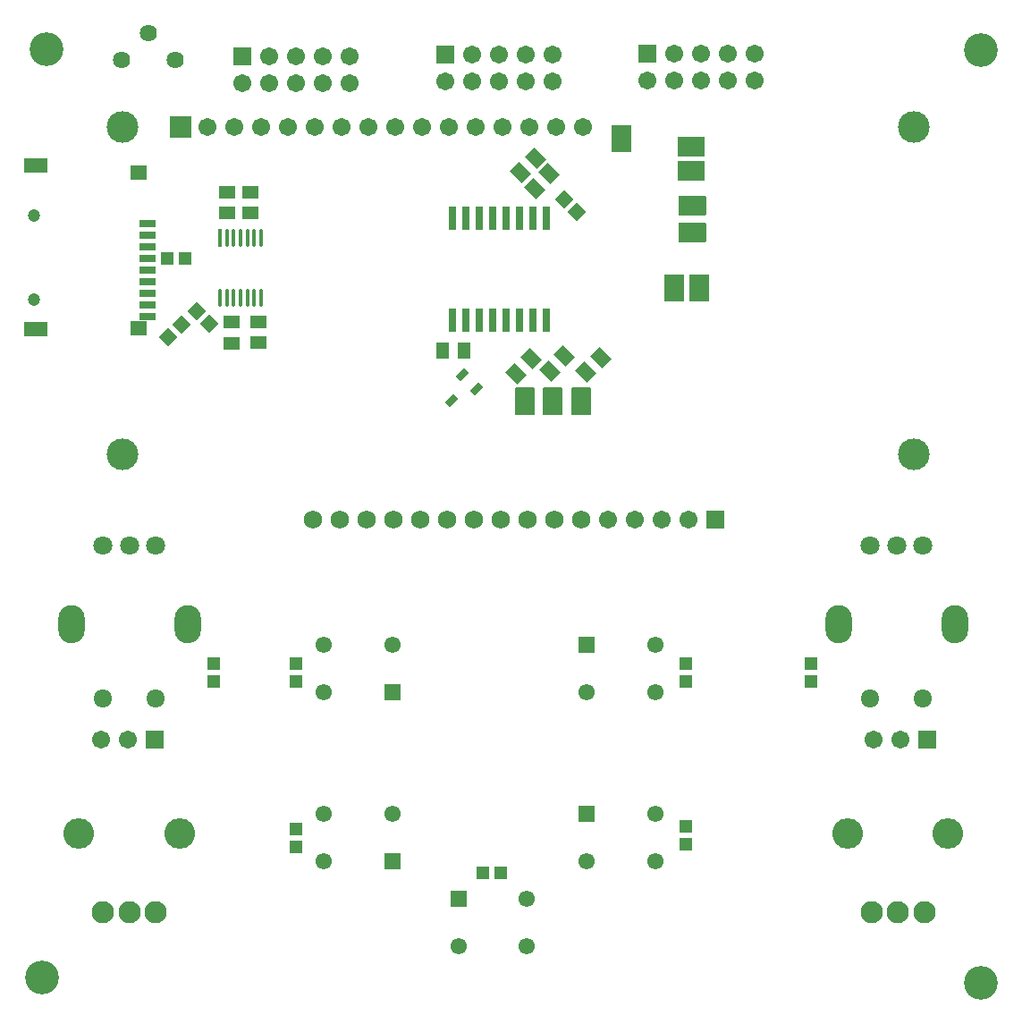
<source format=gbs>
G04*
G04 #@! TF.GenerationSoftware,Altium Limited,Altium Designer,23.10.1 (27)*
G04*
G04 Layer_Color=16711935*
%FSLAX25Y25*%
%MOIN*%
G70*
G04*
G04 #@! TF.SameCoordinates,F6535FD2-0468-4A63-920D-5F40DC5DF58B*
G04*
G04*
G04 #@! TF.FilePolarity,Negative*
G04*
G01*
G75*
%ADD19R,0.06312X0.04737*%
%ADD20R,0.06706X0.06706*%
%ADD21C,0.06706*%
%ADD22C,0.04737*%
%ADD23C,0.06400*%
%ADD24C,0.08274*%
%ADD25O,0.11424X0.11424*%
%ADD26C,0.12611*%
%ADD27C,0.07093*%
%ADD28O,0.07093X0.06699*%
%ADD29O,0.06699X0.07093*%
%ADD30O,0.09849X0.14179*%
%ADD31C,0.06102*%
%ADD32R,0.06102X0.06102*%
%ADD33R,0.08200X0.08200*%
%ADD34C,0.11824*%
%ADD35C,0.06800*%
G04:AMPARAMS|DCode=59|XSize=65.17mil|YSize=14.99mil|CornerRadius=7.5mil|HoleSize=0mil|Usage=FLASHONLY|Rotation=270.000|XOffset=0mil|YOffset=0mil|HoleType=Round|Shape=RoundedRectangle|*
%AMROUNDEDRECTD59*
21,1,0.06517,0.00000,0,0,270.0*
21,1,0.05018,0.01499,0,0,270.0*
1,1,0.01499,0.00000,-0.02509*
1,1,0.01499,0.00000,0.02509*
1,1,0.01499,0.00000,0.02509*
1,1,0.01499,0.00000,-0.02509*
%
%ADD59ROUNDEDRECTD59*%
%ADD60R,0.01499X0.06517*%
%ADD66R,0.07185X0.09941*%
%ADD67R,0.09941X0.07185*%
G04:AMPARAMS|DCode=68|XSize=51.31mil|YSize=47.37mil|CornerRadius=0mil|HoleSize=0mil|Usage=FLASHONLY|Rotation=135.000|XOffset=0mil|YOffset=0mil|HoleType=Round|Shape=Rectangle|*
%AMROTATEDRECTD68*
4,1,4,0.03489,-0.00139,0.00139,-0.03489,-0.03489,0.00139,-0.00139,0.03489,0.03489,-0.00139,0.0*
%
%ADD68ROTATEDRECTD68*%

%ADD69R,0.08674X0.05524*%
%ADD70R,0.06312X0.05524*%
%ADD71R,0.05918X0.03162*%
%ADD72R,0.07099X0.03950*%
G04:AMPARAMS|DCode=73|XSize=46.13mil|YSize=27.62mil|CornerRadius=0mil|HoleSize=0mil|Usage=FLASHONLY|Rotation=45.000|XOffset=0mil|YOffset=0mil|HoleType=Round|Shape=Rectangle|*
%AMROTATEDRECTD73*
4,1,4,-0.00654,-0.02607,-0.02607,-0.00654,0.00654,0.02607,0.02607,0.00654,-0.00654,-0.02607,0.0*
%
%ADD73ROTATEDRECTD73*%

%ADD74R,0.05131X0.04737*%
%ADD75R,0.02900X0.08904*%
G04:AMPARAMS|DCode=76|XSize=51.31mil|YSize=47.37mil|CornerRadius=0mil|HoleSize=0mil|Usage=FLASHONLY|Rotation=45.000|XOffset=0mil|YOffset=0mil|HoleType=Round|Shape=Rectangle|*
%AMROTATEDRECTD76*
4,1,4,-0.00139,-0.03489,-0.03489,-0.00139,0.00139,0.03489,0.03489,0.00139,-0.00139,-0.03489,0.0*
%
%ADD76ROTATEDRECTD76*%

G04:AMPARAMS|DCode=77|XSize=63.12mil|YSize=47.37mil|CornerRadius=0mil|HoleSize=0mil|Usage=FLASHONLY|Rotation=315.000|XOffset=0mil|YOffset=0mil|HoleType=Round|Shape=Rectangle|*
%AMROTATEDRECTD77*
4,1,4,-0.03906,0.00557,-0.00557,0.03906,0.03906,-0.00557,0.00557,-0.03906,-0.03906,0.00557,0.0*
%
%ADD77ROTATEDRECTD77*%

%ADD78R,0.04737X0.06312*%
%ADD79R,0.03950X0.07099*%
%ADD80R,0.04737X0.05131*%
D19*
X85000Y254732D02*
D03*
Y262606D02*
D03*
X95000Y262874D02*
D03*
Y255000D02*
D03*
X83500Y303394D02*
D03*
Y311268D02*
D03*
X92000Y303394D02*
D03*
Y311268D02*
D03*
D20*
X344500Y107000D02*
D03*
X89263Y361937D02*
D03*
X265500Y189000D02*
D03*
X56500Y107000D02*
D03*
X164763Y362437D02*
D03*
X240263Y362937D02*
D03*
D21*
X334500Y107000D02*
D03*
X324500D02*
D03*
X129263Y351937D02*
D03*
Y361937D02*
D03*
X119263Y351937D02*
D03*
Y361937D02*
D03*
X109263Y351937D02*
D03*
Y361937D02*
D03*
X99263Y351937D02*
D03*
Y361937D02*
D03*
X89263Y351937D02*
D03*
X76016Y335524D02*
D03*
X86016D02*
D03*
X96016D02*
D03*
X106016D02*
D03*
X116016D02*
D03*
X126016D02*
D03*
X136016D02*
D03*
X146016D02*
D03*
X156016D02*
D03*
X166016D02*
D03*
X176016D02*
D03*
X186016D02*
D03*
X196016D02*
D03*
X206016D02*
D03*
X216016D02*
D03*
X255500Y189000D02*
D03*
X245500D02*
D03*
X235500D02*
D03*
X225500D02*
D03*
X36500Y107000D02*
D03*
X46500D02*
D03*
X164763Y352437D02*
D03*
X174763Y362437D02*
D03*
Y352437D02*
D03*
X184763Y362437D02*
D03*
Y352437D02*
D03*
X194763Y362437D02*
D03*
Y352437D02*
D03*
X204763Y362437D02*
D03*
Y352437D02*
D03*
X240263Y352937D02*
D03*
X250263Y362937D02*
D03*
Y352937D02*
D03*
X260263Y362937D02*
D03*
Y352937D02*
D03*
X270263Y362937D02*
D03*
Y352937D02*
D03*
X280263Y362937D02*
D03*
Y352937D02*
D03*
D22*
X11443Y302508D02*
D03*
X11433Y271012D02*
D03*
D23*
X64000Y360500D02*
D03*
X54000Y370500D02*
D03*
X44000Y360500D02*
D03*
D24*
X323657Y42736D02*
D03*
X333500D02*
D03*
X343342D02*
D03*
X56842D02*
D03*
X47000D02*
D03*
X37157D02*
D03*
D25*
X314799Y72264D02*
D03*
X352201D02*
D03*
X65701D02*
D03*
X28300D02*
D03*
D26*
X14500Y18500D02*
D03*
X364500Y364000D02*
D03*
X16000Y364500D02*
D03*
X364500Y16500D02*
D03*
D27*
X342843Y179543D02*
D03*
X333000D02*
D03*
X323158D02*
D03*
X37158D02*
D03*
X47001D02*
D03*
X56843D02*
D03*
D28*
X342843Y122456D02*
D03*
X56843D02*
D03*
D29*
X323158D02*
D03*
X37158D02*
D03*
D30*
X354654Y150015D02*
D03*
X311347D02*
D03*
X25347D02*
D03*
X68654D02*
D03*
D31*
X195295Y30142D02*
D03*
X169705D02*
D03*
X195295Y47858D02*
D03*
X243017Y79358D02*
D03*
X217426Y61642D02*
D03*
X243017D02*
D03*
X119605D02*
D03*
X145195Y79358D02*
D03*
X119605D02*
D03*
X243017Y142358D02*
D03*
X217426Y124642D02*
D03*
X243017D02*
D03*
X119595D02*
D03*
X145185Y142358D02*
D03*
X119595D02*
D03*
D32*
X169705Y47858D02*
D03*
X217426Y79358D02*
D03*
X145195Y61642D02*
D03*
X217426Y142358D02*
D03*
X145185Y124642D02*
D03*
D33*
X66016Y335524D02*
D03*
D34*
X44362D02*
D03*
Y213476D02*
D03*
X339638Y335524D02*
D03*
Y213476D02*
D03*
D35*
X215500Y189000D02*
D03*
X205500D02*
D03*
X195500D02*
D03*
X185500D02*
D03*
X175500D02*
D03*
X165500D02*
D03*
X155500D02*
D03*
X145500D02*
D03*
X135500D02*
D03*
X125500D02*
D03*
X115500D02*
D03*
D59*
X80823Y271876D02*
D03*
X83382D02*
D03*
X85941D02*
D03*
X88500D02*
D03*
X91059D02*
D03*
X93618D02*
D03*
X96177D02*
D03*
Y294124D02*
D03*
X93618D02*
D03*
X91059D02*
D03*
X88500D02*
D03*
X85941D02*
D03*
X83382D02*
D03*
D60*
X80823D02*
D03*
D66*
X194375Y233197D02*
D03*
X230550Y331049D02*
D03*
X204875Y233197D02*
D03*
X215375D02*
D03*
X250050Y275549D02*
D03*
X259550Y275549D02*
D03*
D67*
X256951Y296050D02*
D03*
Y306050D02*
D03*
X256451Y319050D02*
D03*
Y328050D02*
D03*
D68*
X72134Y266866D02*
D03*
X76866Y262134D02*
D03*
X209134Y308366D02*
D03*
X213866Y303634D02*
D03*
D69*
X12228Y259949D02*
D03*
Y321051D02*
D03*
D70*
X50424Y318377D02*
D03*
Y260581D02*
D03*
D71*
X53772Y264912D02*
D03*
Y269243D02*
D03*
Y273573D02*
D03*
Y277904D02*
D03*
Y282235D02*
D03*
Y286565D02*
D03*
Y290896D02*
D03*
Y295227D02*
D03*
Y299558D02*
D03*
D72*
X194425Y236297D02*
D03*
Y230195D02*
D03*
X230500Y334051D02*
D03*
Y327949D02*
D03*
X204925Y230195D02*
D03*
Y236297D02*
D03*
X215425Y230195D02*
D03*
Y236297D02*
D03*
X250000Y278551D02*
D03*
Y272449D02*
D03*
X259500Y278551D02*
D03*
Y272449D02*
D03*
D73*
X167062Y233561D02*
D03*
X176583Y237793D02*
D03*
X171293Y243082D02*
D03*
D74*
X185346Y57500D02*
D03*
X178654D02*
D03*
X61154Y286500D02*
D03*
X67847D02*
D03*
D75*
X202500Y301398D02*
D03*
X197500Y301398D02*
D03*
X192500Y301398D02*
D03*
X187500D02*
D03*
X182500D02*
D03*
X177500D02*
D03*
X172500Y301398D02*
D03*
X167500Y301398D02*
D03*
Y263602D02*
D03*
X172500Y263602D02*
D03*
X177500Y263602D02*
D03*
X182500D02*
D03*
X187500D02*
D03*
X192500D02*
D03*
X197500Y263602D02*
D03*
X202500Y263602D02*
D03*
D76*
X66366Y261866D02*
D03*
X61634Y257134D02*
D03*
D77*
X203704Y244525D02*
D03*
X209271Y250092D02*
D03*
X191204Y243525D02*
D03*
X196771Y249092D02*
D03*
X217204Y244024D02*
D03*
X222771Y249592D02*
D03*
X192778Y318278D02*
D03*
X198346Y323846D02*
D03*
X198000Y312500D02*
D03*
X203568Y318068D02*
D03*
D78*
X163894Y252000D02*
D03*
X171768D02*
D03*
D79*
X253949Y296000D02*
D03*
X260051D02*
D03*
X253949Y306000D02*
D03*
X260051D02*
D03*
X253449Y319000D02*
D03*
X259551D02*
D03*
X253449Y328000D02*
D03*
X259551D02*
D03*
D80*
X301000Y135346D02*
D03*
Y128654D02*
D03*
X254500Y135346D02*
D03*
Y128654D02*
D03*
Y74846D02*
D03*
Y68154D02*
D03*
X109000Y73846D02*
D03*
Y67154D02*
D03*
Y135346D02*
D03*
Y128654D02*
D03*
X78500Y135346D02*
D03*
Y128654D02*
D03*
M02*

</source>
